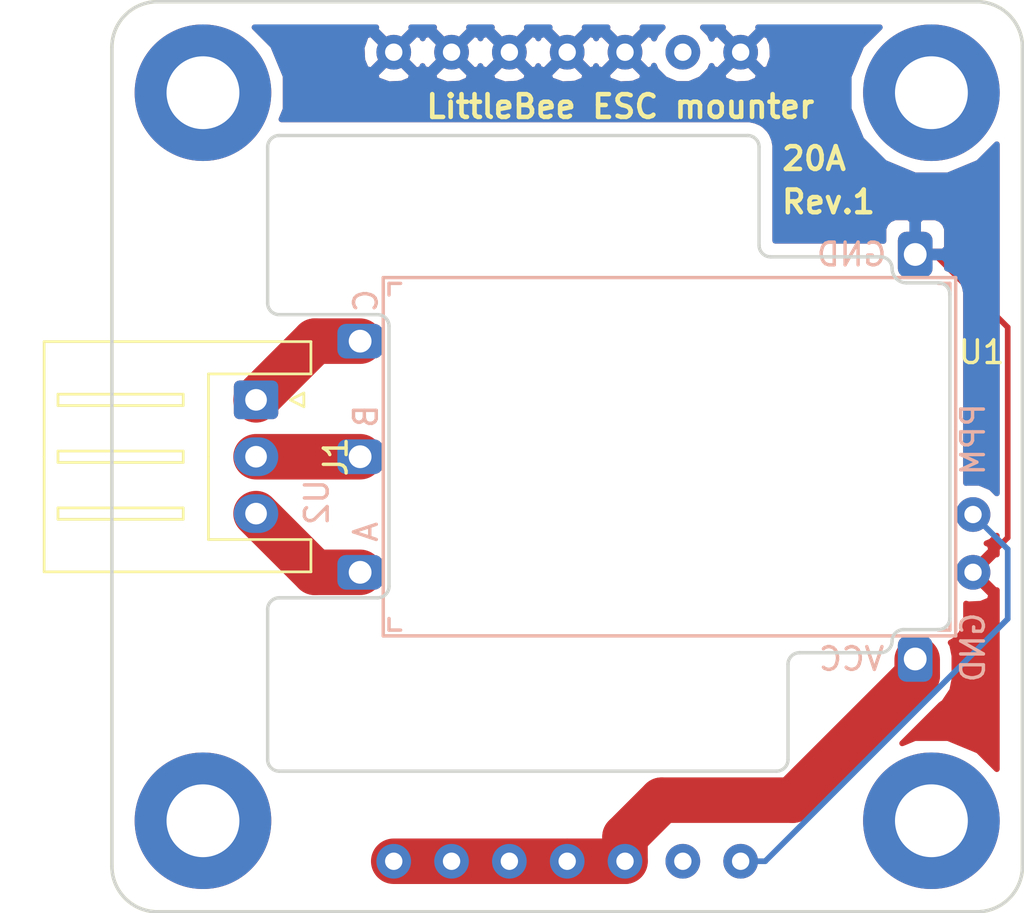
<source format=kicad_pcb>
(kicad_pcb (version 20171130) (host pcbnew 5.0.2+dfsg1-1)

  (general
    (thickness 1.6)
    (drawings 41)
    (tracks 20)
    (zones 0)
    (modules 3)
    (nets 7)
  )

  (page A4)
  (layers
    (0 F.Cu signal)
    (31 B.Cu signal)
    (32 B.Adhes user)
    (33 F.Adhes user)
    (34 B.Paste user)
    (35 F.Paste user)
    (36 B.SilkS user)
    (37 F.SilkS user)
    (38 B.Mask user)
    (39 F.Mask user)
    (40 Dwgs.User user)
    (41 Cmts.User user)
    (42 Eco1.User user)
    (43 Eco2.User user)
    (44 Edge.Cuts user)
    (45 Margin user)
    (46 B.CrtYd user)
    (47 F.CrtYd user)
    (48 B.Fab user)
    (49 F.Fab user)
  )

  (setup
    (last_trace_width 0.25)
    (trace_clearance 0.2)
    (zone_clearance 0.508)
    (zone_45_only no)
    (trace_min 0.2)
    (segment_width 0.2)
    (edge_width 0.15)
    (via_size 0.8)
    (via_drill 0.4)
    (via_min_size 0.4)
    (via_min_drill 0.3)
    (uvia_size 0.3)
    (uvia_drill 0.1)
    (uvias_allowed no)
    (uvia_min_size 0.2)
    (uvia_min_drill 0.1)
    (pcb_text_width 0.3)
    (pcb_text_size 1.5 1.5)
    (mod_edge_width 0.15)
    (mod_text_size 1 1)
    (mod_text_width 0.15)
    (pad_size 1.524 1.524)
    (pad_drill 0.762)
    (pad_to_mask_clearance 0.051)
    (solder_mask_min_width 0.25)
    (aux_axis_origin 0 0)
    (visible_elements FFFFFF7F)
    (pcbplotparams
      (layerselection 0x010fc_ffffffff)
      (usegerberextensions false)
      (usegerberattributes false)
      (usegerberadvancedattributes false)
      (creategerberjobfile false)
      (excludeedgelayer true)
      (linewidth 0.100000)
      (plotframeref false)
      (viasonmask false)
      (mode 1)
      (useauxorigin false)
      (hpglpennumber 1)
      (hpglpenspeed 20)
      (hpglpendiameter 15.000000)
      (psnegative false)
      (psa4output false)
      (plotreference true)
      (plotvalue true)
      (plotinvisibletext false)
      (padsonsilk false)
      (subtractmaskfromsilk false)
      (outputformat 1)
      (mirror false)
      (drillshape 1)
      (scaleselection 1)
      (outputdirectory ""))
  )

  (net 0 "")
  (net 1 "Net-(J1-Pad1)")
  (net 2 "Net-(J1-Pad2)")
  (net 3 "Net-(J1-Pad3)")
  (net 4 GND)
  (net 5 12V)
  (net 6 PPM)

  (net_class Default "This is the default net class."
    (clearance 0.2)
    (trace_width 0.25)
    (via_dia 0.8)
    (via_drill 0.4)
    (uvia_dia 0.3)
    (uvia_drill 0.1)
    (add_net 12V)
    (add_net GND)
    (add_net "Net-(J1-Pad1)")
    (add_net "Net-(J1-Pad2)")
    (add_net "Net-(J1-Pad3)")
    (add_net PPM)
  )

  (module custom-footprints:4010-fan-ESC (layer F.Cu) (tedit 623E64D6) (tstamp 623E7A6F)
    (at 130 70)
    (path /623EDB8D)
    (fp_text reference U1 (at 18.209 -4.595) (layer F.SilkS)
      (effects (font (size 1 1) (thickness 0.15)))
    )
    (fp_text value 4010-fan-ESC (at 0 -0.5) (layer F.Fab)
      (effects (font (size 1 1) (thickness 0.15)))
    )
    (fp_arc (start -18 -18) (end -18 -20) (angle -90) (layer F.SilkS) (width 0.15))
    (fp_arc (start 18 -18) (end 20 -18) (angle -90) (layer F.SilkS) (width 0.15))
    (fp_arc (start 18 18) (end 18 20) (angle -90) (layer F.SilkS) (width 0.15))
    (fp_arc (start -18 18) (end -20 18) (angle -90) (layer F.SilkS) (width 0.15))
    (fp_line (start -18 20) (end 18 20) (layer F.SilkS) (width 0.15))
    (fp_line (start 20 18) (end 20 -18) (layer F.SilkS) (width 0.15))
    (fp_line (start 18 -20) (end -18 -20) (layer F.SilkS) (width 0.15))
    (fp_line (start -20 -18) (end -20 18) (layer F.SilkS) (width 0.15))
    (pad "" thru_hole circle (at 16 16) (size 6 6) (drill 3.2) (layers *.Cu *.Mask))
    (pad "" thru_hole circle (at -16 -16) (size 6 6) (drill 3.2) (layers *.Cu *.Mask))
    (pad "" thru_hole circle (at 16 -16) (size 6 6) (drill 3.2) (layers *.Cu *.Mask))
    (pad "" thru_hole circle (at -16 16) (size 6 6) (drill 3.2) (layers *.Cu *.Mask))
    (pad 1 thru_hole circle (at -7.62 -17.78) (size 1.524 1.524) (drill 0.762) (layers *.Cu *.Mask)
      (net 4 GND))
    (pad 2 thru_hole circle (at -5.08 -17.78) (size 1.524 1.524) (drill 0.762) (layers *.Cu *.Mask)
      (net 4 GND))
    (pad 3 thru_hole circle (at -2.54 -17.78) (size 1.524 1.524) (drill 0.762) (layers *.Cu *.Mask)
      (net 4 GND))
    (pad 4 thru_hole circle (at 0 -17.78) (size 1.524 1.524) (drill 0.762) (layers *.Cu *.Mask)
      (net 4 GND))
    (pad 5 thru_hole circle (at 2.54 -17.78) (size 1.524 1.524) (drill 0.762) (layers *.Cu *.Mask)
      (net 4 GND))
    (pad 6 thru_hole circle (at 5.08 -17.78) (size 1.524 1.524) (drill 0.762) (layers *.Cu *.Mask))
    (pad 7 thru_hole circle (at 7.62 -17.78) (size 1.524 1.524) (drill 0.762) (layers *.Cu *.Mask)
      (net 4 GND))
    (pad 8 thru_hole circle (at -7.62 17.78) (size 1.524 1.524) (drill 0.762) (layers *.Cu *.Mask)
      (net 5 12V))
    (pad 9 thru_hole circle (at -5.08 17.78) (size 1.524 1.524) (drill 0.762) (layers *.Cu *.Mask)
      (net 5 12V))
    (pad 10 thru_hole circle (at -2.54 17.78) (size 1.524 1.524) (drill 0.762) (layers *.Cu *.Mask)
      (net 5 12V))
    (pad 11 thru_hole circle (at 0 17.78) (size 1.524 1.524) (drill 0.762) (layers *.Cu *.Mask)
      (net 5 12V))
    (pad 12 thru_hole circle (at 2.54 17.78) (size 1.524 1.524) (drill 0.762) (layers *.Cu *.Mask)
      (net 5 12V))
    (pad 13 thru_hole circle (at 5.08 17.78) (size 1.524 1.524) (drill 0.762) (layers *.Cu *.Mask))
    (pad 14 thru_hole circle (at 7.62 17.78) (size 1.524 1.524) (drill 0.762) (layers *.Cu *.Mask)
      (net 6 PPM))
  )

  (module custom-footprints:ECS_LittleBee-20A locked (layer B.Cu) (tedit 6237F501) (tstamp 623E7A8D)
    (at 118.618 70 90)
    (path /624497E6)
    (fp_text reference U2 (at -2 0.382 90) (layer B.SilkS)
      (effects (font (size 1 1) (thickness 0.15)) (justify mirror))
    )
    (fp_text value ESC-LittleBee (at 0 0.5 90) (layer B.Fab)
      (effects (font (size 1 1) (thickness 0.15)) (justify mirror))
    )
    (fp_text user A (at -3.302 2.54 90) (layer B.SilkS)
      (effects (font (size 1 1) (thickness 0.15)) (justify mirror))
    )
    (fp_text user B (at 1.778 2.54 90) (layer B.SilkS)
      (effects (font (size 1 1) (thickness 0.15)) (justify mirror))
    )
    (fp_text user C (at 6.858 2.54 90) (layer B.SilkS)
      (effects (font (size 1 1) (thickness 0.15)) (justify mirror))
    )
    (fp_text user VCC (at -8.89 23.876) (layer B.SilkS)
      (effects (font (size 1 1) (thickness 0.15)) (justify mirror))
    )
    (fp_text user GND (at 8.89 23.876) (layer B.SilkS)
      (effects (font (size 1 1) (thickness 0.15)) (justify mirror))
    )
    (fp_text user PPM (at 0.762 29.21 90) (layer B.SilkS)
      (effects (font (size 1 1) (thickness 0.15)) (justify mirror))
    )
    (fp_text user GND (at -8.382 29.21 90) (layer B.SilkS)
      (effects (font (size 1 1) (thickness 0.15)) (justify mirror))
    )
    (fp_line (start -7.112 28.194) (end -7.62 28.194) (layer B.SilkS) (width 0.15))
    (fp_line (start -7.62 28.194) (end -7.62 27.686) (layer B.SilkS) (width 0.15))
    (fp_line (start 7.112 28.194) (end 7.62 28.194) (layer B.SilkS) (width 0.15))
    (fp_line (start 7.62 28.194) (end 7.62 27.686) (layer B.SilkS) (width 0.15))
    (fp_line (start -7.112 3.556) (end -7.62 3.556) (layer B.SilkS) (width 0.15))
    (fp_line (start -7.62 3.556) (end -7.62 4.064) (layer B.SilkS) (width 0.15))
    (fp_line (start 7.112 3.556) (end 7.62 3.556) (layer B.SilkS) (width 0.15))
    (fp_line (start 7.62 3.556) (end 7.62 4.064) (layer B.SilkS) (width 0.15))
    (fp_line (start -7.874 28.448) (end -7.874 3.302) (layer B.SilkS) (width 0.15))
    (fp_line (start 7.874 28.448) (end 7.874 3.302) (layer B.SilkS) (width 0.15))
    (fp_line (start -7.874 3.302) (end 7.874 3.302) (layer B.SilkS) (width 0.15))
    (fp_line (start -7.874 28.448) (end 7.874 28.448) (layer B.SilkS) (width 0.15))
    (pad 1 thru_hole roundrect (at -5.08 2.286 90) (size 1.524 2) (drill 1) (layers *.Cu *.Mask) (roundrect_rratio 0.25)
      (net 3 "Net-(J1-Pad3)"))
    (pad 2 thru_hole roundrect (at 0 2.286 90) (size 1.524 2) (drill 1) (layers *.Cu *.Mask) (roundrect_rratio 0.25)
      (net 2 "Net-(J1-Pad2)"))
    (pad 3 thru_hole roundrect (at 5.08 2.286 90) (size 1.524 2) (drill 1) (layers *.Cu *.Mask) (roundrect_rratio 0.25)
      (net 1 "Net-(J1-Pad1)"))
    (pad 7 thru_hole circle (at -5.08 29.21 90) (size 1.524 1.524) (drill 0.762) (layers *.Cu *.Mask)
      (net 4 GND))
    (pad 5 thru_hole roundrect (at -8.89 26.67 90) (size 2 1.524) (drill 1) (layers *.Cu *.Mask) (roundrect_rratio 0.25)
      (net 5 12V))
    (pad 4 thru_hole roundrect (at 8.89 26.67 90) (size 2 1.524) (drill 1) (layers *.Cu *.Mask) (roundrect_rratio 0.25)
      (net 4 GND))
    (pad 6 thru_hole circle (at -2.54 29.21 90) (size 1.524 1.524) (drill 0.762) (layers *.Cu *.Mask)
      (net 6 PPM))
  )

  (module Connector_JST:JST_XH_S03B-XH-A_1x03_P2.50mm_Horizontal locked (layer F.Cu) (tedit 5B775209) (tstamp 623F6026)
    (at 116.332 67.5 270)
    (descr "JST XH series connector, S03B-XH-A (http://www.jst-mfg.com/product/pdf/eng/eXH.pdf), generated with kicad-footprint-generator")
    (tags "connector JST XH top entry")
    (path /624498B3)
    (fp_text reference J1 (at 2.5 -3.5 270) (layer F.SilkS)
      (effects (font (size 1 1) (thickness 0.15)))
    )
    (fp_text value Conn_01x03_Female (at 2.5 10.4 270) (layer F.Fab)
      (effects (font (size 1 1) (thickness 0.15)))
    )
    (fp_line (start -2.95 -2.8) (end -2.95 9.7) (layer F.CrtYd) (width 0.05))
    (fp_line (start -2.95 9.7) (end 7.95 9.7) (layer F.CrtYd) (width 0.05))
    (fp_line (start 7.95 9.7) (end 7.95 -2.8) (layer F.CrtYd) (width 0.05))
    (fp_line (start 7.95 -2.8) (end -2.95 -2.8) (layer F.CrtYd) (width 0.05))
    (fp_line (start 2.5 9.31) (end -2.56 9.31) (layer F.SilkS) (width 0.12))
    (fp_line (start -2.56 9.31) (end -2.56 -2.41) (layer F.SilkS) (width 0.12))
    (fp_line (start -2.56 -2.41) (end -1.14 -2.41) (layer F.SilkS) (width 0.12))
    (fp_line (start -1.14 -2.41) (end -1.14 2.09) (layer F.SilkS) (width 0.12))
    (fp_line (start -1.14 2.09) (end 2.5 2.09) (layer F.SilkS) (width 0.12))
    (fp_line (start 2.5 9.31) (end 7.56 9.31) (layer F.SilkS) (width 0.12))
    (fp_line (start 7.56 9.31) (end 7.56 -2.41) (layer F.SilkS) (width 0.12))
    (fp_line (start 7.56 -2.41) (end 6.14 -2.41) (layer F.SilkS) (width 0.12))
    (fp_line (start 6.14 -2.41) (end 6.14 2.09) (layer F.SilkS) (width 0.12))
    (fp_line (start 6.14 2.09) (end 2.5 2.09) (layer F.SilkS) (width 0.12))
    (fp_line (start 2.5 9.2) (end -2.45 9.2) (layer F.Fab) (width 0.1))
    (fp_line (start -2.45 9.2) (end -2.45 -2.3) (layer F.Fab) (width 0.1))
    (fp_line (start -2.45 -2.3) (end -1.25 -2.3) (layer F.Fab) (width 0.1))
    (fp_line (start -1.25 -2.3) (end -1.25 2.2) (layer F.Fab) (width 0.1))
    (fp_line (start -1.25 2.2) (end 2.5 2.2) (layer F.Fab) (width 0.1))
    (fp_line (start 2.5 9.2) (end 7.45 9.2) (layer F.Fab) (width 0.1))
    (fp_line (start 7.45 9.2) (end 7.45 -2.3) (layer F.Fab) (width 0.1))
    (fp_line (start 7.45 -2.3) (end 6.25 -2.3) (layer F.Fab) (width 0.1))
    (fp_line (start 6.25 -2.3) (end 6.25 2.2) (layer F.Fab) (width 0.1))
    (fp_line (start 6.25 2.2) (end 2.5 2.2) (layer F.Fab) (width 0.1))
    (fp_line (start -0.25 3.2) (end -0.25 8.7) (layer F.SilkS) (width 0.12))
    (fp_line (start -0.25 8.7) (end 0.25 8.7) (layer F.SilkS) (width 0.12))
    (fp_line (start 0.25 8.7) (end 0.25 3.2) (layer F.SilkS) (width 0.12))
    (fp_line (start 0.25 3.2) (end -0.25 3.2) (layer F.SilkS) (width 0.12))
    (fp_line (start 2.25 3.2) (end 2.25 8.7) (layer F.SilkS) (width 0.12))
    (fp_line (start 2.25 8.7) (end 2.75 8.7) (layer F.SilkS) (width 0.12))
    (fp_line (start 2.75 8.7) (end 2.75 3.2) (layer F.SilkS) (width 0.12))
    (fp_line (start 2.75 3.2) (end 2.25 3.2) (layer F.SilkS) (width 0.12))
    (fp_line (start 4.75 3.2) (end 4.75 8.7) (layer F.SilkS) (width 0.12))
    (fp_line (start 4.75 8.7) (end 5.25 8.7) (layer F.SilkS) (width 0.12))
    (fp_line (start 5.25 8.7) (end 5.25 3.2) (layer F.SilkS) (width 0.12))
    (fp_line (start 5.25 3.2) (end 4.75 3.2) (layer F.SilkS) (width 0.12))
    (fp_line (start 0 -1.5) (end -0.3 -2.1) (layer F.SilkS) (width 0.12))
    (fp_line (start -0.3 -2.1) (end 0.3 -2.1) (layer F.SilkS) (width 0.12))
    (fp_line (start 0.3 -2.1) (end 0 -1.5) (layer F.SilkS) (width 0.12))
    (fp_line (start -0.625 2.2) (end 0 1.2) (layer F.Fab) (width 0.1))
    (fp_line (start 0 1.2) (end 0.625 2.2) (layer F.Fab) (width 0.1))
    (fp_text user %R (at 2.5 3.45 270) (layer F.Fab)
      (effects (font (size 1 1) (thickness 0.15)))
    )
    (pad 1 thru_hole roundrect (at 0 0 270) (size 1.7 1.95) (drill 0.95) (layers *.Cu *.Mask) (roundrect_rratio 0.147059)
      (net 1 "Net-(J1-Pad1)"))
    (pad 2 thru_hole oval (at 2.5 0 270) (size 1.7 1.95) (drill 0.95) (layers *.Cu *.Mask)
      (net 2 "Net-(J1-Pad2)"))
    (pad 3 thru_hole oval (at 5 0 270) (size 1.7 1.95) (drill 0.95) (layers *.Cu *.Mask)
      (net 3 "Net-(J1-Pad3)"))
    (model ${KISYS3DMOD}/Connector_JST.3dshapes/JST_XH_S03B-XH-A_1x03_P2.50mm_Horizontal.wrl
      (at (xyz 0 0 0))
      (scale (xyz 1 1 1))
      (rotate (xyz 0 0 0))
    )
  )

  (gr_line (start 116.84 63.246) (end 116.84 56.388) (layer Edge.Cuts) (width 0.15))
  (gr_line (start 121.666 63.754) (end 117.348 63.754) (layer Edge.Cuts) (width 0.15))
  (gr_arc (start 117.348 63.246) (end 116.84 63.246) (angle -90) (layer Edge.Cuts) (width 0.15))
  (gr_line (start 122.174 64.262) (end 122.174 75.692) (layer Edge.Cuts) (width 0.15))
  (gr_line (start 116.84 76.708) (end 116.84 83.312) (layer Edge.Cuts) (width 0.15))
  (gr_line (start 117.348 76.2) (end 121.666 76.2) (layer Edge.Cuts) (width 0.15))
  (gr_arc (start 117.348 76.708) (end 117.348 76.2) (angle -90) (layer Edge.Cuts) (width 0.15))
  (gr_arc (start 121.666 75.692) (end 121.666 76.2) (angle -90) (layer Edge.Cuts) (width 0.15))
  (gr_arc (start 121.666 64.262) (end 122.174 64.262) (angle -90) (layer Edge.Cuts) (width 0.15))
  (gr_line (start 138.43 56.388) (end 138.43 60.706) (layer Edge.Cuts) (width 0.15))
  (gr_arc (start 137.922 56.388) (end 138.43 56.388) (angle -90) (layer Edge.Cuts) (width 0.15))
  (gr_line (start 117.348 55.88) (end 137.922 55.88) (layer Edge.Cuts) (width 0.15))
  (gr_line (start 138.938 61.214) (end 143.764 61.214) (layer Edge.Cuts) (width 0.15))
  (gr_arc (start 138.938 60.706) (end 138.43 60.706) (angle -90) (layer Edge.Cuts) (width 0.15))
  (gr_arc (start 143.764 61.722) (end 144.272 61.722) (angle -90) (layer Edge.Cuts) (width 0.15))
  (gr_line (start 139.7 79.121) (end 139.7 83.312) (layer Edge.Cuts) (width 0.15))
  (gr_line (start 140.208 78.613) (end 143.764 78.613) (layer Edge.Cuts) (width 0.15))
  (gr_arc (start 143.764 78.105) (end 143.764 78.613) (angle -90) (layer Edge.Cuts) (width 0.15))
  (gr_arc (start 140.208 79.121) (end 140.208 78.613) (angle -90) (layer Edge.Cuts) (width 0.15))
  (gr_arc (start 139.192 83.312) (end 139.192 83.82) (angle -90) (layer Edge.Cuts) (width 0.15))
  (gr_line (start 117.348 83.82) (end 139.192 83.82) (layer Edge.Cuts) (width 0.15))
  (gr_arc (start 117.348 83.312) (end 116.84 83.312) (angle -90) (layer Edge.Cuts) (width 0.15))
  (gr_arc (start 117.348 56.388) (end 117.348 55.88) (angle -90) (layer Edge.Cuts) (width 0.15))
  (gr_line (start 144.78 77.597) (end 146.304 77.597) (layer Edge.Cuts) (width 0.15))
  (gr_line (start 144.907 62.357) (end 146.304 62.357) (layer Edge.Cuts) (width 0.15))
  (gr_arc (start 144.78 78.105) (end 144.78 77.597) (angle -90) (layer Edge.Cuts) (width 0.15))
  (gr_arc (start 144.907 61.722) (end 144.272 61.722) (angle -90) (layer Edge.Cuts) (width 0.15))
  (gr_text Rev.1 (at 141.478 58.801) (layer F.SilkS)
    (effects (font (size 1 1) (thickness 0.2)))
  )
  (gr_text 20A (at 140.843 56.896) (layer F.SilkS)
    (effects (font (size 1 1) (thickness 0.2)))
  )
  (gr_text "LittleBee ESC mounter" (at 132.334 54.61) (layer F.SilkS)
    (effects (font (size 1 1) (thickness 0.2)))
  )
  (gr_line (start 146.812 77.089) (end 146.812 62.865) (layer Edge.Cuts) (width 0.15))
  (gr_arc (start 146.304 62.865) (end 146.812 62.865) (angle -90) (layer Edge.Cuts) (width 0.15))
  (gr_arc (start 146.304 77.089) (end 146.304 77.597) (angle -90) (layer Edge.Cuts) (width 0.15))
  (gr_arc (start 112 88) (end 110 88) (angle -90) (layer Edge.Cuts) (width 0.15))
  (gr_arc (start 148 88) (end 148 90) (angle -90) (layer Edge.Cuts) (width 0.15))
  (gr_arc (start 148 52) (end 150 52) (angle -90) (layer Edge.Cuts) (width 0.15))
  (gr_arc (start 112 52) (end 112 50) (angle -90) (layer Edge.Cuts) (width 0.15))
  (gr_line (start 110 88) (end 110 52) (layer Edge.Cuts) (width 0.15))
  (gr_line (start 148 90) (end 112 90) (layer Edge.Cuts) (width 0.15))
  (gr_line (start 150 52) (end 150 88) (layer Edge.Cuts) (width 0.15))
  (gr_line (start 112 50) (end 148 50) (layer Edge.Cuts) (width 0.15))

  (segment (start 118.912 64.92) (end 116.332 67.5) (width 2) (layer F.Cu) (net 1))
  (segment (start 120.904 64.92) (end 118.912 64.92) (width 2) (layer F.Cu) (net 1))
  (segment (start 120.904 70) (end 116.332 70) (width 2) (layer F.Cu) (net 2))
  (segment (start 118.912 75.08) (end 116.332 72.5) (width 2) (layer F.Cu) (net 3))
  (segment (start 120.904 75.08) (end 118.912 75.08) (width 2) (layer F.Cu) (net 3))
  (segment (start 146.15 61.11) (end 149.352 64.312) (width 0.25) (layer F.Cu) (net 4))
  (segment (start 145.288 61.11) (end 146.15 61.11) (width 0.25) (layer F.Cu) (net 4))
  (segment (start 149.352 73.556) (end 147.828 75.08) (width 0.25) (layer F.Cu) (net 4))
  (segment (start 149.352 64.312) (end 149.352 73.556) (width 0.25) (layer F.Cu) (net 4))
  (segment (start 122.38 87.78) (end 130 87.78) (width 2) (layer F.Cu) (net 5))
  (segment (start 130 87.78) (end 132.54 87.78) (width 2) (layer F.Cu) (net 5))
  (segment (start 145.375372 79.625704) (end 145.375372 78.913411) (width 2) (layer F.Cu) (net 5))
  (segment (start 139.906066 85.09501) (end 145.375372 79.625704) (width 2) (layer F.Cu) (net 5))
  (segment (start 134.14736 85.09501) (end 139.906066 85.09501) (width 2) (layer F.Cu) (net 5))
  (segment (start 132.54 86.70237) (end 134.14736 85.09501) (width 2) (layer F.Cu) (net 5))
  (segment (start 132.54 87.78) (end 132.54 86.70237) (width 2) (layer F.Cu) (net 5))
  (segment (start 138.69763 87.78) (end 149.352 77.12563) (width 0.25) (layer B.Cu) (net 6))
  (segment (start 137.62 87.78) (end 138.69763 87.78) (width 0.25) (layer B.Cu) (net 6))
  (segment (start 149.352 74.064) (end 147.828 72.54) (width 0.25) (layer B.Cu) (net 6))
  (segment (start 149.352 77.12563) (end 149.352 74.064) (width 0.25) (layer B.Cu) (net 6))

  (zone (net 4) (net_name GND) (layer B.Cu) (tstamp 623FA6F1) (hatch edge 0.508)
    (connect_pads (clearance 0.508))
    (min_thickness 0.254)
    (fill yes (arc_segments 16) (thermal_gap 0.508) (thermal_bridge_width 0.508))
    (polygon
      (pts
        (xy 111 51) (xy 149 51) (xy 149 89) (xy 111 89)
      )
    )
    (filled_polygon
      (pts
        (xy 148.021748 75.065858) (xy 148.007605 75.08) (xy 148.021748 75.094143) (xy 147.842143 75.273748) (xy 147.828 75.259605)
        (xy 147.813858 75.273748) (xy 147.634253 75.094143) (xy 147.648395 75.08) (xy 147.634253 75.065858) (xy 147.813858 74.886253)
        (xy 147.828 74.900395) (xy 147.842143 74.886253)
      )
    )
    (filled_polygon
      (pts
        (xy 121.579392 51.239787) (xy 122.38 52.040395) (xy 123.180608 51.239787) (xy 123.148258 51.127) (xy 124.151742 51.127)
        (xy 124.119392 51.239787) (xy 124.92 52.040395) (xy 125.720608 51.239787) (xy 125.688258 51.127) (xy 126.691742 51.127)
        (xy 126.659392 51.239787) (xy 127.46 52.040395) (xy 128.260608 51.239787) (xy 128.228258 51.127) (xy 129.231742 51.127)
        (xy 129.199392 51.239787) (xy 130 52.040395) (xy 130.800608 51.239787) (xy 130.768258 51.127) (xy 131.771742 51.127)
        (xy 131.739392 51.239787) (xy 132.54 52.040395) (xy 133.340608 51.239787) (xy 133.308258 51.127) (xy 134.197343 51.127)
        (xy 133.89568 51.428663) (xy 133.816572 51.619647) (xy 133.762397 51.488857) (xy 133.520213 51.419392) (xy 132.719605 52.22)
        (xy 133.520213 53.020608) (xy 133.762397 52.951143) (xy 133.812535 52.810607) (xy 133.89568 53.011337) (xy 134.288663 53.40432)
        (xy 134.802119 53.617) (xy 135.357881 53.617) (xy 135.871337 53.40432) (xy 136.075444 53.200213) (xy 136.819392 53.200213)
        (xy 136.888857 53.442397) (xy 137.412302 53.629144) (xy 137.967368 53.601362) (xy 138.351143 53.442397) (xy 138.420608 53.200213)
        (xy 137.62 52.399605) (xy 136.819392 53.200213) (xy 136.075444 53.200213) (xy 136.26432 53.011337) (xy 136.343428 52.820353)
        (xy 136.397603 52.951143) (xy 136.639787 53.020608) (xy 137.440395 52.22) (xy 137.799605 52.22) (xy 138.600213 53.020608)
        (xy 138.842397 52.951143) (xy 139.029144 52.427698) (xy 139.001362 51.872632) (xy 138.842397 51.488857) (xy 138.600213 51.419392)
        (xy 137.799605 52.22) (xy 137.440395 52.22) (xy 136.639787 51.419392) (xy 136.397603 51.488857) (xy 136.347465 51.629393)
        (xy 136.26432 51.428663) (xy 135.962657 51.127) (xy 136.851742 51.127) (xy 136.819392 51.239787) (xy 137.62 52.040395)
        (xy 138.420608 51.239787) (xy 138.388258 51.127) (xy 143.732334 51.127) (xy 142.918396 51.940938) (xy 142.365 53.276954)
        (xy 142.365 54.723046) (xy 142.918396 56.059062) (xy 143.940938 57.081604) (xy 145.276954 57.635) (xy 146.723046 57.635)
        (xy 148.059062 57.081604) (xy 148.873 56.267666) (xy 148.873 71.609343) (xy 148.619337 71.35568) (xy 148.105881 71.143)
        (xy 147.550119 71.143) (xy 147.522 71.154647) (xy 147.522 62.795074) (xy 147.508358 62.726491) (xy 147.508358 62.726487)
        (xy 147.469689 62.532083) (xy 147.422582 62.418357) (xy 147.363674 62.276141) (xy 147.253553 62.111334) (xy 147.116457 61.974239)
        (xy 147.057666 61.915447) (xy 146.892859 61.805326) (xy 146.776783 61.757246) (xy 146.685 61.719228) (xy 146.685 61.39575)
        (xy 146.52625 61.237) (xy 145.415 61.237) (xy 145.415 61.257) (xy 145.161 61.257) (xy 145.161 61.237)
        (xy 145.141 61.237) (xy 145.141 60.983) (xy 145.161 60.983) (xy 145.161 59.63375) (xy 145.415 59.63375)
        (xy 145.415 60.983) (xy 146.52625 60.983) (xy 146.685 60.82425) (xy 146.685 59.983691) (xy 146.588327 59.750302)
        (xy 146.409699 59.571673) (xy 146.17631 59.475) (xy 145.57375 59.475) (xy 145.415 59.63375) (xy 145.161 59.63375)
        (xy 145.00225 59.475) (xy 144.39969 59.475) (xy 144.166301 59.571673) (xy 143.987673 59.750302) (xy 143.891 59.983691)
        (xy 143.891 60.515353) (xy 143.833926 60.504) (xy 139.14 60.504) (xy 139.14 56.318074) (xy 139.126358 56.249491)
        (xy 139.126358 56.249487) (xy 139.087689 56.055083) (xy 139.043776 55.949069) (xy 138.981674 55.799141) (xy 138.871553 55.634334)
        (xy 138.734457 55.497239) (xy 138.675666 55.438447) (xy 138.510859 55.328326) (xy 138.404844 55.284413) (xy 138.254917 55.222311)
        (xy 138.060514 55.183642) (xy 138.060509 55.183642) (xy 137.991926 55.17) (xy 117.449866 55.17) (xy 117.635 54.723046)
        (xy 117.635 53.276954) (xy 117.603213 53.200213) (xy 121.579392 53.200213) (xy 121.648857 53.442397) (xy 122.172302 53.629144)
        (xy 122.727368 53.601362) (xy 123.111143 53.442397) (xy 123.180608 53.200213) (xy 124.119392 53.200213) (xy 124.188857 53.442397)
        (xy 124.712302 53.629144) (xy 125.267368 53.601362) (xy 125.651143 53.442397) (xy 125.720608 53.200213) (xy 126.659392 53.200213)
        (xy 126.728857 53.442397) (xy 127.252302 53.629144) (xy 127.807368 53.601362) (xy 128.191143 53.442397) (xy 128.260608 53.200213)
        (xy 129.199392 53.200213) (xy 129.268857 53.442397) (xy 129.792302 53.629144) (xy 130.347368 53.601362) (xy 130.731143 53.442397)
        (xy 130.800608 53.200213) (xy 131.739392 53.200213) (xy 131.808857 53.442397) (xy 132.332302 53.629144) (xy 132.887368 53.601362)
        (xy 133.271143 53.442397) (xy 133.340608 53.200213) (xy 132.54 52.399605) (xy 131.739392 53.200213) (xy 130.800608 53.200213)
        (xy 130 52.399605) (xy 129.199392 53.200213) (xy 128.260608 53.200213) (xy 127.46 52.399605) (xy 126.659392 53.200213)
        (xy 125.720608 53.200213) (xy 124.92 52.399605) (xy 124.119392 53.200213) (xy 123.180608 53.200213) (xy 122.38 52.399605)
        (xy 121.579392 53.200213) (xy 117.603213 53.200213) (xy 117.111164 52.012302) (xy 120.970856 52.012302) (xy 120.998638 52.567368)
        (xy 121.157603 52.951143) (xy 121.399787 53.020608) (xy 122.200395 52.22) (xy 122.559605 52.22) (xy 123.360213 53.020608)
        (xy 123.602397 52.951143) (xy 123.646453 52.827656) (xy 123.697603 52.951143) (xy 123.939787 53.020608) (xy 124.740395 52.22)
        (xy 125.099605 52.22) (xy 125.900213 53.020608) (xy 126.142397 52.951143) (xy 126.186453 52.827656) (xy 126.237603 52.951143)
        (xy 126.479787 53.020608) (xy 127.280395 52.22) (xy 127.639605 52.22) (xy 128.440213 53.020608) (xy 128.682397 52.951143)
        (xy 128.726453 52.827656) (xy 128.777603 52.951143) (xy 129.019787 53.020608) (xy 129.820395 52.22) (xy 130.179605 52.22)
        (xy 130.980213 53.020608) (xy 131.222397 52.951143) (xy 131.266453 52.827656) (xy 131.317603 52.951143) (xy 131.559787 53.020608)
        (xy 132.360395 52.22) (xy 131.559787 51.419392) (xy 131.317603 51.488857) (xy 131.273547 51.612344) (xy 131.222397 51.488857)
        (xy 130.980213 51.419392) (xy 130.179605 52.22) (xy 129.820395 52.22) (xy 129.019787 51.419392) (xy 128.777603 51.488857)
        (xy 128.733547 51.612344) (xy 128.682397 51.488857) (xy 128.440213 51.419392) (xy 127.639605 52.22) (xy 127.280395 52.22)
        (xy 126.479787 51.419392) (xy 126.237603 51.488857) (xy 126.193547 51.612344) (xy 126.142397 51.488857) (xy 125.900213 51.419392)
        (xy 125.099605 52.22) (xy 124.740395 52.22) (xy 123.939787 51.419392) (xy 123.697603 51.488857) (xy 123.653547 51.612344)
        (xy 123.602397 51.488857) (xy 123.360213 51.419392) (xy 122.559605 52.22) (xy 122.200395 52.22) (xy 121.399787 51.419392)
        (xy 121.157603 51.488857) (xy 120.970856 52.012302) (xy 117.111164 52.012302) (xy 117.081604 51.940938) (xy 116.267666 51.127)
        (xy 121.611742 51.127)
      )
    )
  )
  (zone (net 4) (net_name GND) (layer F.Cu) (tstamp 623FA6EE) (hatch edge 0.508)
    (connect_pads (clearance 0.508))
    (min_thickness 0.254)
    (fill yes (arc_segments 16) (thermal_gap 0.508) (thermal_bridge_width 0.508))
    (polygon
      (pts
        (xy 111 51) (xy 149 51) (xy 149 89) (xy 111 89)
      )
    )
    (filled_polygon
      (pts
        (xy 148.873 74.297975) (xy 148.808213 74.279392) (xy 148.007605 75.08) (xy 148.808213 75.880608) (xy 148.873 75.862025)
        (xy 148.873 83.732334) (xy 148.059062 82.918396) (xy 146.723046 82.365) (xy 145.276954 82.365) (xy 144.715932 82.597383)
        (xy 146.417625 80.89569) (xy 146.554141 80.804473) (xy 146.784875 80.459155) (xy 146.915508 80.26365) (xy 147.042403 79.625704)
        (xy 147.010372 79.464673) (xy 147.010372 78.752381) (xy 146.915508 78.275466) (xy 146.844244 78.168811) (xy 146.892859 78.148674)
        (xy 147.057666 78.038553) (xy 147.193218 77.903) (xy 147.253553 77.842666) (xy 147.363674 77.677859) (xy 147.454541 77.458486)
        (xy 147.469689 77.421917) (xy 147.508358 77.227513) (xy 147.508358 77.227509) (xy 147.522 77.158926) (xy 147.522 76.454073)
        (xy 147.620302 76.489144) (xy 148.175368 76.461362) (xy 148.559143 76.302397) (xy 148.628608 76.060213) (xy 147.828 75.259605)
        (xy 147.813858 75.273748) (xy 147.634253 75.094143) (xy 147.648395 75.08) (xy 147.634253 75.065858) (xy 147.813858 74.886253)
        (xy 147.828 74.900395) (xy 148.628608 74.099787) (xy 148.559143 73.857603) (xy 148.418607 73.807465) (xy 148.619337 73.72432)
        (xy 148.873 73.470657)
      )
    )
    (filled_polygon
      (pts
        (xy 121.579392 51.239787) (xy 122.38 52.040395) (xy 123.180608 51.239787) (xy 123.148258 51.127) (xy 124.151742 51.127)
        (xy 124.119392 51.239787) (xy 124.92 52.040395) (xy 125.720608 51.239787) (xy 125.688258 51.127) (xy 126.691742 51.127)
        (xy 126.659392 51.239787) (xy 127.46 52.040395) (xy 128.260608 51.239787) (xy 128.228258 51.127) (xy 129.231742 51.127)
        (xy 129.199392 51.239787) (xy 130 52.040395) (xy 130.800608 51.239787) (xy 130.768258 51.127) (xy 131.771742 51.127)
        (xy 131.739392 51.239787) (xy 132.54 52.040395) (xy 133.340608 51.239787) (xy 133.308258 51.127) (xy 134.197343 51.127)
        (xy 133.89568 51.428663) (xy 133.816572 51.619647) (xy 133.762397 51.488857) (xy 133.520213 51.419392) (xy 132.719605 52.22)
        (xy 133.520213 53.020608) (xy 133.762397 52.951143) (xy 133.812535 52.810607) (xy 133.89568 53.011337) (xy 134.288663 53.40432)
        (xy 134.802119 53.617) (xy 135.357881 53.617) (xy 135.871337 53.40432) (xy 136.075444 53.200213) (xy 136.819392 53.200213)
        (xy 136.888857 53.442397) (xy 137.412302 53.629144) (xy 137.967368 53.601362) (xy 138.351143 53.442397) (xy 138.420608 53.200213)
        (xy 137.62 52.399605) (xy 136.819392 53.200213) (xy 136.075444 53.200213) (xy 136.26432 53.011337) (xy 136.343428 52.820353)
        (xy 136.397603 52.951143) (xy 136.639787 53.020608) (xy 137.440395 52.22) (xy 137.799605 52.22) (xy 138.600213 53.020608)
        (xy 138.842397 52.951143) (xy 139.029144 52.427698) (xy 139.001362 51.872632) (xy 138.842397 51.488857) (xy 138.600213 51.419392)
        (xy 137.799605 52.22) (xy 137.440395 52.22) (xy 136.639787 51.419392) (xy 136.397603 51.488857) (xy 136.347465 51.629393)
        (xy 136.26432 51.428663) (xy 135.962657 51.127) (xy 136.851742 51.127) (xy 136.819392 51.239787) (xy 137.62 52.040395)
        (xy 138.420608 51.239787) (xy 138.388258 51.127) (xy 143.732334 51.127) (xy 142.918396 51.940938) (xy 142.365 53.276954)
        (xy 142.365 54.723046) (xy 142.918396 56.059062) (xy 143.940938 57.081604) (xy 145.276954 57.635) (xy 146.723046 57.635)
        (xy 148.059062 57.081604) (xy 148.873 56.267666) (xy 148.873 71.609343) (xy 148.619337 71.35568) (xy 148.105881 71.143)
        (xy 147.550119 71.143) (xy 147.522 71.154647) (xy 147.522 62.795074) (xy 147.508358 62.726491) (xy 147.508358 62.726487)
        (xy 147.469689 62.532083) (xy 147.422582 62.418357) (xy 147.363674 62.276141) (xy 147.253553 62.111334) (xy 147.116457 61.974239)
        (xy 147.057666 61.915447) (xy 146.892859 61.805326) (xy 146.776783 61.757246) (xy 146.685 61.719228) (xy 146.685 61.39575)
        (xy 146.52625 61.237) (xy 145.415 61.237) (xy 145.415 61.257) (xy 145.161 61.257) (xy 145.161 61.237)
        (xy 145.141 61.237) (xy 145.141 60.983) (xy 145.161 60.983) (xy 145.161 59.63375) (xy 145.415 59.63375)
        (xy 145.415 60.983) (xy 146.52625 60.983) (xy 146.685 60.82425) (xy 146.685 59.983691) (xy 146.588327 59.750302)
        (xy 146.409699 59.571673) (xy 146.17631 59.475) (xy 145.57375 59.475) (xy 145.415 59.63375) (xy 145.161 59.63375)
        (xy 145.00225 59.475) (xy 144.39969 59.475) (xy 144.166301 59.571673) (xy 143.987673 59.750302) (xy 143.891 59.983691)
        (xy 143.891 60.515353) (xy 143.833926 60.504) (xy 139.14 60.504) (xy 139.14 56.318074) (xy 139.126358 56.249491)
        (xy 139.126358 56.249487) (xy 139.087689 56.055083) (xy 139.043776 55.949069) (xy 138.981674 55.799141) (xy 138.871553 55.634334)
        (xy 138.734457 55.497239) (xy 138.675666 55.438447) (xy 138.510859 55.328326) (xy 138.404844 55.284413) (xy 138.254917 55.222311)
        (xy 138.060514 55.183642) (xy 138.060509 55.183642) (xy 137.991926 55.17) (xy 117.449866 55.17) (xy 117.635 54.723046)
        (xy 117.635 53.276954) (xy 117.603213 53.200213) (xy 121.579392 53.200213) (xy 121.648857 53.442397) (xy 122.172302 53.629144)
        (xy 122.727368 53.601362) (xy 123.111143 53.442397) (xy 123.180608 53.200213) (xy 124.119392 53.200213) (xy 124.188857 53.442397)
        (xy 124.712302 53.629144) (xy 125.267368 53.601362) (xy 125.651143 53.442397) (xy 125.720608 53.200213) (xy 126.659392 53.200213)
        (xy 126.728857 53.442397) (xy 127.252302 53.629144) (xy 127.807368 53.601362) (xy 128.191143 53.442397) (xy 128.260608 53.200213)
        (xy 129.199392 53.200213) (xy 129.268857 53.442397) (xy 129.792302 53.629144) (xy 130.347368 53.601362) (xy 130.731143 53.442397)
        (xy 130.800608 53.200213) (xy 131.739392 53.200213) (xy 131.808857 53.442397) (xy 132.332302 53.629144) (xy 132.887368 53.601362)
        (xy 133.271143 53.442397) (xy 133.340608 53.200213) (xy 132.54 52.399605) (xy 131.739392 53.200213) (xy 130.800608 53.200213)
        (xy 130 52.399605) (xy 129.199392 53.200213) (xy 128.260608 53.200213) (xy 127.46 52.399605) (xy 126.659392 53.200213)
        (xy 125.720608 53.200213) (xy 124.92 52.399605) (xy 124.119392 53.200213) (xy 123.180608 53.200213) (xy 122.38 52.399605)
        (xy 121.579392 53.200213) (xy 117.603213 53.200213) (xy 117.111164 52.012302) (xy 120.970856 52.012302) (xy 120.998638 52.567368)
        (xy 121.157603 52.951143) (xy 121.399787 53.020608) (xy 122.200395 52.22) (xy 122.559605 52.22) (xy 123.360213 53.020608)
        (xy 123.602397 52.951143) (xy 123.646453 52.827656) (xy 123.697603 52.951143) (xy 123.939787 53.020608) (xy 124.740395 52.22)
        (xy 125.099605 52.22) (xy 125.900213 53.020608) (xy 126.142397 52.951143) (xy 126.186453 52.827656) (xy 126.237603 52.951143)
        (xy 126.479787 53.020608) (xy 127.280395 52.22) (xy 127.639605 52.22) (xy 128.440213 53.020608) (xy 128.682397 52.951143)
        (xy 128.726453 52.827656) (xy 128.777603 52.951143) (xy 129.019787 53.020608) (xy 129.820395 52.22) (xy 130.179605 52.22)
        (xy 130.980213 53.020608) (xy 131.222397 52.951143) (xy 131.266453 52.827656) (xy 131.317603 52.951143) (xy 131.559787 53.020608)
        (xy 132.360395 52.22) (xy 131.559787 51.419392) (xy 131.317603 51.488857) (xy 131.273547 51.612344) (xy 131.222397 51.488857)
        (xy 130.980213 51.419392) (xy 130.179605 52.22) (xy 129.820395 52.22) (xy 129.019787 51.419392) (xy 128.777603 51.488857)
        (xy 128.733547 51.612344) (xy 128.682397 51.488857) (xy 128.440213 51.419392) (xy 127.639605 52.22) (xy 127.280395 52.22)
        (xy 126.479787 51.419392) (xy 126.237603 51.488857) (xy 126.193547 51.612344) (xy 126.142397 51.488857) (xy 125.900213 51.419392)
        (xy 125.099605 52.22) (xy 124.740395 52.22) (xy 123.939787 51.419392) (xy 123.697603 51.488857) (xy 123.653547 51.612344)
        (xy 123.602397 51.488857) (xy 123.360213 51.419392) (xy 122.559605 52.22) (xy 122.200395 52.22) (xy 121.399787 51.419392)
        (xy 121.157603 51.488857) (xy 120.970856 52.012302) (xy 117.111164 52.012302) (xy 117.081604 51.940938) (xy 116.267666 51.127)
        (xy 121.611742 51.127)
      )
    )
  )
)

</source>
